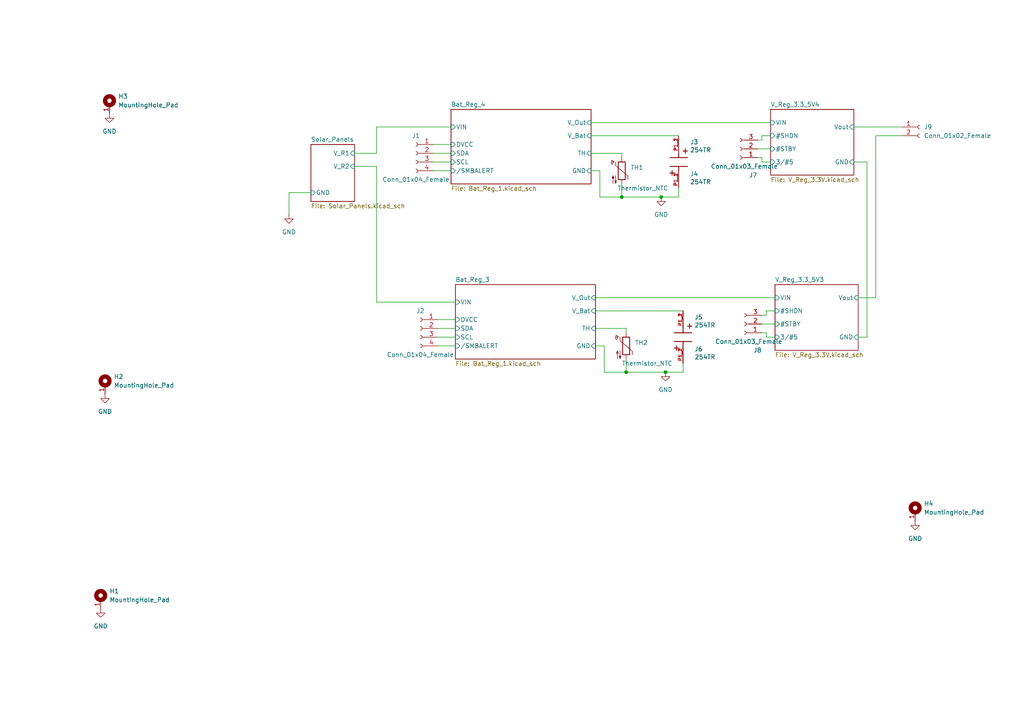
<source format=kicad_sch>
(kicad_sch (version 20211123) (generator eeschema)
  (paper "A4")
  (title_block (title "Cubesat Power Board") (date "2022-07-09") (rev "1") (company "SEDS TnTech - Luke Chapman"))
  (lib_symbols
    (symbol "254TR:254TR" (pin_names (offset 1.016) hide)
      (property "Reference" "BT" (at -3.81 3.81 0))
      (property "Value" "254TR" (at -3.81 -5.08 0))
      (symbol "254TR_0_0"
        (polyline (pts (xy -1.27 1.905) (xy 0 1.905)) (stroke (width 0.254)))
        (polyline (pts (xy -0.635 2.54) (xy -0.635 1.27)) (stroke (width 0.254)))
        (polyline (pts (xy 1.27 0) (xy 0 0)) (stroke (width 0.254)))
        (polyline (pts (xy 1.27 0) (xy 1.27 -2.54)) (stroke (width 0.254)))
        (polyline (pts (xy 1.27 2.54) (xy 1.27 0)) (stroke (width 0.254)))
        (pin passive line (at -5.08 0 0) (length 5.08) (name "~") (number "P1_1"))
        (pin passive line (at -5.08 0 0) (length 5.08) (name "~") (number "P1_2"))
      )
    )
    (symbol "Connector:Conn_01x02_Female" (pin_names (offset 1.016) hide)
      (property "Reference" "J" (at 0 2.54 0))
      (property "Value" "Conn_01x02_Female" (at 0 -5.08 0))
      (symbol "Conn_01x02_Female_1_1"
        (arc (start 0 -2.032) (mid -0.508 -2.54) (end 0 -3.048) (stroke (width 0.1524)))
        (polyline (pts (xy -1.27 -2.54) (xy -0.508 -2.54)) (stroke (width 0.1524)))
        (polyline (pts (xy -1.27 0) (xy -0.508 0)) (stroke (width 0.1524)))
        (arc (start 0 0.508) (mid -0.508 0) (end 0 -0.508) (stroke (width 0.1524)))
        (pin passive line (at -5.08 0 0) (length 3.81) (name "Pin_1") (number "1"))
        (pin passive line (at -5.08 -2.54 0) (length 3.81) (name "Pin_2") (number "2"))
      )
    )
    (symbol "Connector:Conn_01x03_Female" (pin_names (offset 1.016) hide)
      (property "Reference" "J" (at 0 5.08 0))
      (property "Value" "Conn_01x03_Female" (at 0 -5.08 0))
      (symbol "Conn_01x03_Female_1_1"
        (arc (start 0 -2.032) (mid -0.508 -2.54) (end 0 -3.048) (stroke (width 0.1524)))
        (polyline (pts (xy -1.27 -2.54) (xy -0.508 -2.54)) (stroke (width 0.1524)))
        (polyline (pts (xy -1.27 0) (xy -0.508 0)) (stroke (width 0.1524)))
        (polyline (pts (xy -1.27 2.54) (xy -0.508 2.54)) (stroke (width 0.1524)))
        (arc (start 0 0.508) (mid -0.508 0) (end 0 -0.508) (stroke (width 0.1524)))
        (arc (start 0 3.048) (mid -0.508 2.54) (end 0 2.032) (stroke (width 0.1524)))
        (pin passive line (at -5.08 2.54 0) (length 3.81) (name "Pin_1") (number "1"))
        (pin passive line (at -5.08 0 0) (length 3.81) (name "Pin_2") (number "2"))
        (pin passive line (at -5.08 -2.54 0) (length 3.81) (name "Pin_3") (number "3"))
      )
    )
    (symbol "Connector:Conn_01x04_Female" (pin_names (offset 1.016) hide)
      (property "Reference" "J" (at 0 5.08 0))
      (property "Value" "Conn_01x04_Female" (at 0 -7.62 0))
      (symbol "Conn_01x04_Female_1_1"
        (arc (start 0 -4.572) (mid -0.508 -5.08) (end 0 -5.588) (stroke (width 0.1524)))
        (arc (start 0 -2.032) (mid -0.508 -2.54) (end 0 -3.048) (stroke (width 0.1524)))
        (polyline (pts (xy -1.27 -5.08) (xy -0.508 -5.08)) (stroke (width 0.1524)))
        (polyline (pts (xy -1.27 -2.54) (xy -0.508 -2.54)) (stroke (width 0.1524)))
        (polyline (pts (xy -1.27 0) (xy -0.508 0)) (stroke (width 0.1524)))
        (polyline (pts (xy -1.27 2.54) (xy -0.508 2.54)) (stroke (width 0.1524)))
        (arc (start 0 0.508) (mid -0.508 0) (end 0 -0.508) (stroke (width 0.1524)))
        (arc (start 0 3.048) (mid -0.508 2.54) (end 0 2.032) (stroke (width 0.1524)))
        (pin passive line (at -5.08 2.54 0) (length 3.81) (name "Pin_1") (number "1"))
        (pin passive line (at -5.08 0 0) (length 3.81) (name "Pin_2") (number "2"))
        (pin passive line (at -5.08 -2.54 0) (length 3.81) (name "Pin_3") (number "3"))
        (pin passive line (at -5.08 -5.08 0) (length 3.81) (name "Pin_4") (number "4"))
      )
    )
    (symbol "Device:Thermistor_NTC" (pin_numbers hide) (pin_names (offset 0))
      (property "Reference" "TH" (at -4.445 0 90))
      (property "Value" "Thermistor_NTC" (at 3.175 0 90))
      (symbol "Thermistor_NTC_0_1"
        (arc (start -3.048 2.159) (mid -3.0495 2.3143) (end -3.175 2.413))
        (arc (start -3.048 2.159) (mid -2.9736 1.9794) (end -2.794 1.905))
        (arc (start -3.048 2.794) (mid -2.9736 2.6144) (end -2.794 2.54))
        (arc (start -2.794 1.905) (mid -2.6144 1.9794) (end -2.54 2.159))
        (arc (start -2.794 2.54) (mid -2.4393 2.5587) (end -2.159 2.794))
        (arc (start -2.794 3.048) (mid -2.9736 2.9736) (end -3.048 2.794))
        (arc (start -2.54 2.794) (mid -2.6144 2.9736) (end -2.794 3.048))
        (rectangle (start -1.016 2.54) (end 1.016 -2.54) (stroke (width 0.254)))
        (polyline (pts (xy -2.54 2.159) (xy -2.54 2.794)))
        (polyline (pts (xy -1.778 2.54) (xy -1.778 1.524) (xy 1.778 -1.524) (xy 1.778 -2.54)))
        (polyline (pts (xy -2.54 -3.683) (xy -2.54 -1.397) (xy -2.794 -2.159) (xy -2.286 -2.159) (xy -2.54 -1.397) (xy -2.54 -1.651)) (fill (type outline)))
        (polyline (pts (xy -1.778 -1.397) (xy -1.778 -3.683) (xy -2.032 -2.921) (xy -1.524 -2.921) (xy -1.778 -3.683) (xy -1.778 -3.429)) (fill (type outline)))
      )
      (symbol "Thermistor_NTC_1_1"
        (pin passive line (at 0 3.81 270) (length 1.27) (name "~") (number "1"))
        (pin passive line (at 0 -3.81 90) (length 1.27) (name "~") (number "2"))
      )
    )
    (symbol "Mechanical:MountingHole_Pad" (pin_names (offset 1.016) hide)
      (property "Reference" "H" (at 0 6.35 0))
      (property "Value" "MountingHole_Pad" (at 0 4.445 0))
      (symbol "MountingHole_Pad_0_1"
        (circle (center 0 1.27) (radius 1.27) (stroke (width 1.27)))
      )
      (symbol "MountingHole_Pad_1_1"
        (pin input line (at 0 -2.54 90) (length 2.54) (name "1") (number "1"))
      )
    )
    (symbol "power:GND" (power) (pin_names (offset 0))
      (property "Value" "GND" (at 0 -3.81 0))
      (symbol "GND_0_1"
        (polyline (pts (xy 0 0) (xy 0 -1.27) (xy 1.27 -1.27) (xy 0 -2.54) (xy -1.27 -1.27) (xy 0 -1.27)))
      )
      (symbol "GND_1_1"
        (pin power_in line (at 0 0 270) (length 0) hide (name "GND") (number "1"))
      )
    )
  )
  (junction (at 193.04 107.95))
  (junction (at 180.34 57.15))
  (junction (at 191.77 57.15))
  (junction (at 181.61 107.95))
  (wire (pts (xy 180.34 57.15) (xy 191.77 57.15)))
  (wire (pts (xy 248.92 86.36) (xy 254 86.36)))
  (wire (pts (xy 83.82 55.88) (xy 90.17 55.88)))
  (wire (pts (xy 219.71 40.64) (xy 220.98 40.64)))
  (wire (pts (xy 172.72 95.25) (xy 181.61 95.25)))
  (wire (pts (xy 247.65 46.99) (xy 251.46 46.99)))
  (wire (pts (xy 125.73 46.99) (xy 130.81 46.99)))
  (wire (pts (xy 109.22 87.63) (xy 109.22 48.26)))
  (wire (pts (xy 181.61 104.14) (xy 181.61 107.95)))
  (wire (pts (xy 180.34 53.34) (xy 180.34 57.15)))
  (wire (pts (xy 127 97.79) (xy 132.08 97.79)))
  (wire (pts (xy 251.46 97.79) (xy 248.92 97.79)))
  (wire (pts (xy 125.73 49.53) (xy 130.81 49.53)))
  (wire (pts (xy 220.98 93.98) (xy 224.79 93.98)))
  (wire (pts (xy 180.34 44.45) (xy 180.34 45.72)))
  (wire (pts (xy 172.72 90.17) (xy 198.12 90.17)))
  (wire (pts (xy 172.72 100.33) (xy 175.26 100.33)))
  (wire (pts (xy 220.98 91.44) (xy 222.25 91.44)))
  (wire (pts (xy 219.71 45.72) (xy 220.98 45.72)))
  (wire (pts (xy 127 92.71) (xy 132.08 92.71)))
  (wire (pts (xy 222.25 97.79) (xy 224.79 97.79)))
  (wire (pts (xy 173.99 57.15) (xy 180.34 57.15)))
  (wire (pts (xy 172.72 86.36) (xy 224.79 86.36)))
  (wire (pts (xy 83.82 62.23) (xy 83.82 55.88)))
  (wire (pts (xy 109.22 36.83) (xy 130.81 36.83)))
  (wire (pts (xy 102.87 48.26) (xy 109.22 48.26)))
  (wire (pts (xy 220.98 39.37) (xy 223.52 39.37)))
  (wire (pts (xy 254 39.37) (xy 254 86.36)))
  (wire (pts (xy 171.45 39.37) (xy 196.85 39.37)))
  (wire (pts (xy 171.45 35.56) (xy 223.52 35.56)))
  (wire (pts (xy 220.98 40.64) (xy 220.98 39.37)))
  (wire (pts (xy 198.12 107.95) (xy 198.12 105.41)))
  (wire (pts (xy 220.98 46.99) (xy 223.52 46.99)))
  (wire (pts (xy 222.25 96.52) (xy 222.25 97.79)))
  (wire (pts (xy 247.65 36.83) (xy 261.62 36.83)))
  (wire (pts (xy 171.45 44.45) (xy 180.34 44.45)))
  (wire (pts (xy 193.04 107.95) (xy 198.12 107.95)))
  (wire (pts (xy 127 100.33) (xy 132.08 100.33)))
  (wire (pts (xy 181.61 95.25) (xy 181.61 96.52)))
  (wire (pts (xy 109.22 44.45) (xy 109.22 36.83)))
  (wire (pts (xy 175.26 100.33) (xy 175.26 107.95)))
  (wire (pts (xy 102.87 44.45) (xy 109.22 44.45)))
  (wire (pts (xy 220.98 96.52) (xy 222.25 96.52)))
  (wire (pts (xy 175.26 107.95) (xy 181.61 107.95)))
  (wire (pts (xy 181.61 107.95) (xy 193.04 107.95)))
  (wire (pts (xy 222.25 91.44) (xy 222.25 90.17)))
  (wire (pts (xy 173.99 49.53) (xy 173.99 57.15)))
  (wire (pts (xy 219.71 43.18) (xy 223.52 43.18)))
  (wire (pts (xy 125.73 41.91) (xy 130.81 41.91)))
  (wire (pts (xy 127 95.25) (xy 132.08 95.25)))
  (wire (pts (xy 125.73 44.45) (xy 130.81 44.45)))
  (wire (pts (xy 222.25 90.17) (xy 224.79 90.17)))
  (wire (pts (xy 254 39.37) (xy 261.62 39.37)))
  (wire (pts (xy 251.46 46.99) (xy 251.46 97.79)))
  (wire (pts (xy 196.85 57.15) (xy 196.85 54.61)))
  (wire (pts (xy 191.77 57.15) (xy 196.85 57.15)))
  (wire (pts (xy 109.22 87.63) (xy 132.08 87.63)))
  (wire (pts (xy 171.45 49.53) (xy 173.99 49.53)))
  (wire (pts (xy 220.98 45.72) (xy 220.98 46.99)))
  (symbol (lib_id "Mechanical:MountingHole_Pad") (at 29.21 173.99 0) (unit 1)
    (property "Reference" "H1" (at 31.75 171.4499 0) (effects (justify left)))
    (property "Value" "MountingHole_Pad" (at 31.75 173.9899 0) (effects (justify left)))
    (property "Footprint" "Connectors_Cubesat_Custom:CubeSat_MountingHole_M4" (effects hide))
  )
  (symbol (lib_id "254TR:254TR") (at 196.85 49.53 90) (unit 1)
    (property "Reference" "J4" (at 200.152 50.4444 90) (effects (justify right)))
    (property "Value" "254TR" (at 200.152 52.7558 90) (effects (justify right)))
    (property "Footprint" "254TR:BAT_254TR" (effects hide))
    (property "MANUFACTURER" "Keystone Electronics" (effects hide))
    (property "MAXIMUM_PACKAGE_HEIGHT" "17.215 mm" (effects hide))
    (property "PARTREV" "A" (effects hide))
    (property "STANDARD" "Manufacturer Recommendations" (effects hide))
  )
  (symbol (lib_id "power:GND") (at 29.21 176.53 0) (unit 1)
    (property "Reference" "#PWR01" (effects hide))
    (property "Value" "GND" (at 29.21 181.61 0))
  )
  (symbol (lib_id "254TR:254TR") (at 198.12 95.25 270) (unit 1)
    (property "Reference" "J5" (at 201.422 91.9988 90) (effects (justify left)))
    (property "Value" "254TR" (at 201.422 94.3102 90) (effects (justify left)))
    (property "Footprint" "254TR:BAT_254TR" (effects hide))
    (property "MANUFACTURER" "Keystone Electronics" (effects hide))
    (property "MAXIMUM_PACKAGE_HEIGHT" "17.215 mm" (effects hide))
    (property "PARTREV" "A" (effects hide))
    (property "STANDARD" "Manufacturer Recommendations" (effects hide))
  )
  (symbol (lib_id "254TR:254TR") (at 198.12 100.33 90) (unit 1)
    (property "Reference" "J6" (at 201.422 101.2444 90) (effects (justify right)))
    (property "Value" "254TR" (at 201.422 103.5558 90) (effects (justify right)))
    (property "Footprint" "254TR:BAT_254TR" (effects hide))
    (property "MANUFACTURER" "Keystone Electronics" (effects hide))
    (property "MAXIMUM_PACKAGE_HEIGHT" "17.215 mm" (effects hide))
    (property "PARTREV" "A" (effects hide))
    (property "STANDARD" "Manufacturer Recommendations" (effects hide))
  )
  (symbol (lib_id "Device:Thermistor_NTC") (at 180.34 49.53 0) (unit 1)
    (property "Reference" "TH1" (at 182.88 48.5774 0) (effects (justify left)))
    (property "Value" "Thermistor_NTC" (at 179.07 54.61 0) (effects (justify left)))
    (property "Footprint" "Resistor_SMD:R_0402_1005Metric_Pad0.72x0.64mm_HandSolder" (effects hide))
  )
  (symbol (lib_id "power:GND") (at 31.75 33.02 0) (unit 1)
    (property "Reference" "#PWR03" (effects hide))
    (property "Value" "GND" (at 31.75 38.1 0))
  )
  (symbol (lib_id "Connector:Conn_01x02_Female") (at 266.7 36.83 0) (unit 1)
    (property "Reference" "J9" (at 267.97 36.8299 0) (effects (justify left)))
    (property "Value" "Conn_01x02_Female" (at 267.97 39.3699 0) (effects (justify left)))
    (property "Footprint" "Connectors_Cubesat_Custom:CubeSat_Conn_2x01_P2.54mm" (effects hide))
  )
  (symbol (lib_id "Mechanical:MountingHole_Pad") (at 31.75 30.48 0) (unit 1)
    (property "Reference" "H3" (at 34.29 27.9399 0) (effects (justify left)))
    (property "Value" "MountingHole_Pad" (at 34.29 30.4799 0) (effects (justify left)))
    (property "Footprint" "Connectors_Cubesat_Custom:CubeSat_MountingHole_M4" (effects hide))
  )
  (symbol (lib_id "Connector:Conn_01x04_Female") (at 121.92 95.25 0) (mirror y) (unit 1)
    (property "Reference" "J2" (at 121.92 90.17 0))
    (property "Value" "Conn_01x04_Female" (at 121.92 102.87 0))
    (property "Footprint" "Connectors_Cubesat_Custom:CubeSat_Conn_4x01_P2.54mm" (effects hide))
  )
  (symbol (lib_id "Device:Thermistor_NTC") (at 181.61 100.33 0) (unit 1)
    (property "Reference" "TH2" (at 184.15 99.3774 0) (effects (justify left)))
    (property "Value" "Thermistor_NTC" (at 180.34 105.41 0) (effects (justify left)))
    (property "Footprint" "Resistor_SMD:R_0402_1005Metric_Pad0.72x0.64mm_HandSolder" (effects hide))
  )
  (symbol (lib_id "Connector:Conn_01x03_Female") (at 215.9 93.98 180) (unit 1)
    (property "Reference" "J8" (at 219.71 101.6 0))
    (property "Value" "Conn_01x03_Female" (at 217.17 99.06 0))
    (property "Footprint" "Connectors_Cubesat_Custom:CubeSat_Conn_3x01_P2.54mm" (effects hide))
  )
  (symbol (lib_id "power:GND") (at 30.48 114.3 0) (unit 1)
    (property "Reference" "#PWR02" (effects hide))
    (property "Value" "GND" (at 30.48 119.38 0))
  )
  (symbol (lib_id "Mechanical:MountingHole_Pad") (at 30.48 111.76 0) (unit 1)
    (property "Reference" "H2" (at 33.02 109.2199 0) (effects (justify left)))
    (property "Value" "MountingHole_Pad" (at 33.02 111.7599 0) (effects (justify left)))
    (property "Footprint" "Connectors_Cubesat_Custom:CubeSat_MountingHole_M4" (effects hide))
  )
  (symbol (lib_id "power:GND") (at 191.77 57.15 0) (unit 1)
    (property "Reference" "#PWR05" (effects hide))
    (property "Value" "GND" (at 191.77 62.23 0))
  )
  (symbol (lib_id "power:GND") (at 193.04 107.95 0) (unit 1)
    (property "Reference" "#PWR06" (effects hide))
    (property "Value" "GND" (at 193.04 113.03 0))
  )
  (symbol (lib_id "power:GND") (at 83.82 62.23 0) (unit 1)
    (property "Reference" "#PWR04" (effects hide))
    (property "Value" "GND" (at 83.82 67.31 0))
  )
  (symbol (lib_id "Connector:Conn_01x04_Female") (at 120.65 44.45 0) (mirror y) (unit 1)
    (property "Reference" "J1" (at 120.65 39.37 0))
    (property "Value" "Conn_01x04_Female" (at 120.65 52.07 0))
    (property "Footprint" "Connectors_Cubesat_Custom:CubeSat_Conn_4x01_P2.54mm" (effects hide))
  )
  (symbol (lib_id "254TR:254TR") (at 196.85 44.45 270) (unit 1)
    (property "Reference" "J3" (at 200.152 41.1988 90) (effects (justify left)))
    (property "Value" "254TR" (at 200.152 43.5102 90) (effects (justify left)))
    (property "Footprint" "254TR:BAT_254TR" (effects hide))
    (property "MANUFACTURER" "Keystone Electronics" (effects hide))
    (property "MAXIMUM_PACKAGE_HEIGHT" "17.215 mm" (effects hide))
    (property "PARTREV" "A" (effects hide))
    (property "STANDARD" "Manufacturer Recommendations" (effects hide))
  )
  (symbol (lib_id "Mechanical:MountingHole_Pad") (at 265.43 148.59 0) (unit 1)
    (property "Reference" "H4" (at 267.97 146.0499 0) (effects (justify left)))
    (property "Value" "MountingHole_Pad" (at 267.97 148.5899 0) (effects (justify left)))
    (property "Footprint" "Connectors_Cubesat_Custom:CubeSat_MountingHole_M4" (effects hide))
  )
  (symbol (lib_id "Connector:Conn_01x03_Female") (at 214.63 43.18 180) (unit 1)
    (property "Reference" "J7" (at 218.44 50.8 0))
    (property "Value" "Conn_01x03_Female" (at 215.9 48.26 0))
    (property "Footprint" "Connectors_Cubesat_Custom:CubeSat_Conn_3x01_P2.54mm" (effects hide))
  )
  (symbol (lib_id "power:GND") (at 265.43 151.13 0) (unit 1)
    (property "Reference" "#PWR07" (effects hide))
    (property "Value" "GND" (at 265.43 156.21 0))
  )
  (sheet (at 223.52 31.75) (size 24.13 19.05) (stroke (width 0.1524))
    (property "Sheet name" "V_Reg_3.3_5V4" (at 223.52 31.0384 0) (effects (justify left bottom)))
    (property "Sheet file" "V_Reg_3.3V.kicad_sch" (at 223.52 51.3846 0) (effects (justify left top)))
    (pin "3{slash}#5" input (at 223.52 46.99 180))
    (pin "#STBY" input (at 223.52 43.18 180))
    (pin "#SHDN" input (at 223.52 39.37 180))
    (pin "Vout" input (at 247.65 36.83 0))
    (pin "VIN" input (at 223.52 35.56 180))
    (pin "GND" input (at 247.65 46.99 0))
  )
  (sheet (at 132.08 82.55) (size 40.64 21.59) (stroke (width 0.1524))
    (property "Sheet name" "Bat_Reg_3" (at 132.08 81.8384 0) (effects (justify left bottom)))
    (property "Sheet file" "Bat_Reg_1.kicad_sch" (at 132.08 104.7246 0) (effects (justify left top)))
    (pin "VIN" input (at 132.08 87.63 180))
    (pin "SCL" input (at 132.08 97.79 180))
    (pin "SDA" input (at 132.08 95.25 180))
    (pin "DVCC" input (at 132.08 92.71 180))
    (pin "{slash}SMBALERT" input (at 132.08 100.33 180))
    (pin "V_Bat" input (at 172.72 90.17 0))
    (pin "TH" input (at 172.72 95.25 0))
    (pin "GND" input (at 172.72 100.33 0))
    (pin "V_Out" input (at 172.72 86.36 0))
  )
  (sheet (at 130.81 31.75) (size 40.64 21.59) (stroke (width 0.1524))
    (property "Sheet name" "Bat_Reg_4" (at 130.81 31.0384 0) (effects (justify left bottom)))
    (property "Sheet file" "Bat_Reg_1.kicad_sch" (at 130.81 53.9246 0) (effects (justify left top)))
    (pin "VIN" input (at 130.81 36.83 180))
    (pin "SCL" input (at 130.81 46.99 180))
    (pin "SDA" input (at 130.81 44.45 180))
    (pin "DVCC" input (at 130.81 41.91 180))
    (pin "{slash}SMBALERT" input (at 130.81 49.53 180))
    (pin "V_Bat" input (at 171.45 39.37 0))
    (pin "TH" input (at 171.45 44.45 0))
    (pin "GND" input (at 171.45 49.53 0))
    (pin "V_Out" input (at 171.45 35.56 0))
  )
  (sheet (at 90.17 41.91) (size 12.7 16.51) (stroke (width 0.1524))
    (property "Sheet name" "Solar_Panels" (at 90.17 41.1984 0) (effects (justify left bottom)))
    (property "Sheet file" "Solar_Panels.kicad_sch" (at 90.17 59.0046 0) (effects (justify left top)))
    (pin "GND" input (at 90.17 55.88 180))
    (pin "V_R2" input (at 102.87 48.26 0))
    (pin "V_R1" input (at 102.87 44.45 0))
  )
  (sheet (at 224.79 82.55) (size 24.13 19.05) (stroke (width 0.1524))
    (property "Sheet name" "V_Reg_3.3_5V3" (at 224.79 81.8384 0) (effects (justify left bottom)))
    (property "Sheet file" "V_Reg_3.3V.kicad_sch" (at 224.79 102.1846 0) (effects (justify left top)))
    (pin "3{slash}#5" input (at 224.79 97.79 180))
    (pin "#STBY" input (at 224.79 93.98 180))
    (pin "#SHDN" input (at 224.79 90.17 180))
    (pin "Vout" input (at 248.92 86.36 0))
    (pin "VIN" input (at 224.79 86.36 180))
    (pin "GND" input (at 248.92 97.79 0))
  )
)
</source>
